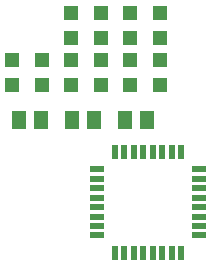
<source format=gbr>
G75*
%MOMM*%
%FSLAX34Y34*%
%LPD*%
%INSolderpaste Top*%
%IPPOS*%
%AMOC8*
5,1,8,0,0,1.08239X$1,22.5*%
G01*
%ADD10R,1.300000X1.500000*%
%ADD11R,0.558800X1.270000*%
%ADD12R,1.270000X0.558800*%
%ADD13R,1.200000X1.200000*%


D10*
X86500Y148000D03*
X105500Y148000D03*
D11*
X179000Y120926D03*
X171000Y120926D03*
X163000Y120926D03*
X155000Y120926D03*
X147000Y120926D03*
X139000Y120926D03*
X131000Y120926D03*
X123000Y120926D03*
D12*
X108074Y106000D03*
X108074Y98000D03*
X108074Y90000D03*
X108074Y82000D03*
X108074Y74000D03*
X108074Y66000D03*
X108074Y58000D03*
X108074Y50000D03*
D11*
X123000Y35074D03*
X131000Y35074D03*
X139000Y35074D03*
X147000Y35074D03*
X155000Y35074D03*
X163000Y35074D03*
X171000Y35074D03*
X179000Y35074D03*
D12*
X193926Y50000D03*
X193926Y58000D03*
X193926Y66000D03*
X193926Y74000D03*
X193926Y82000D03*
X193926Y90000D03*
X193926Y98000D03*
X193926Y106000D03*
D13*
X161000Y238500D03*
X161000Y217500D03*
X36000Y198500D03*
X36000Y177500D03*
X136000Y238500D03*
X136000Y217500D03*
X111000Y238500D03*
X111000Y217500D03*
X86000Y238500D03*
X86000Y217500D03*
X161000Y198500D03*
X161000Y177500D03*
X136000Y198500D03*
X136000Y177500D03*
X111000Y198500D03*
X111000Y177500D03*
X86000Y198500D03*
X86000Y177500D03*
X61000Y198500D03*
X61000Y177500D03*
D10*
X60500Y148000D03*
X41500Y148000D03*
X131500Y148000D03*
X150500Y148000D03*
M02*

</source>
